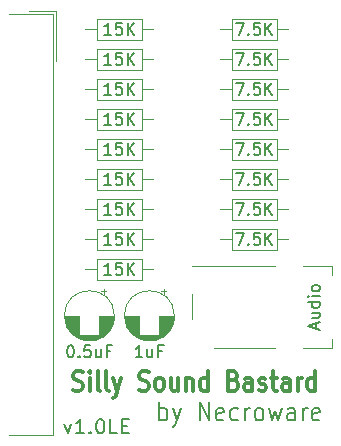
<source format=gbr>
%TF.GenerationSoftware,KiCad,Pcbnew,5.1.7*%
%TF.CreationDate,2020-10-30T13:38:14+01:00*%
%TF.ProjectId,silly-sound-bastard,73696c6c-792d-4736-9f75-6e642d626173,rev?*%
%TF.SameCoordinates,Original*%
%TF.FileFunction,Legend,Top*%
%TF.FilePolarity,Positive*%
%FSLAX46Y46*%
G04 Gerber Fmt 4.6, Leading zero omitted, Abs format (unit mm)*
G04 Created by KiCad (PCBNEW 5.1.7) date 2020-10-30 13:38:14*
%MOMM*%
%LPD*%
G01*
G04 APERTURE LIST*
%ADD10C,0.200000*%
%ADD11C,0.300000*%
%ADD12C,0.120000*%
%ADD13C,0.150000*%
G04 APERTURE END LIST*
D10*
X61392142Y-90547857D02*
X61677857Y-91347857D01*
X61963571Y-90547857D01*
X63049285Y-91347857D02*
X62363571Y-91347857D01*
X62706428Y-91347857D02*
X62706428Y-90147857D01*
X62592142Y-90319285D01*
X62477857Y-90433571D01*
X62363571Y-90490714D01*
X63563571Y-91233571D02*
X63620714Y-91290714D01*
X63563571Y-91347857D01*
X63506428Y-91290714D01*
X63563571Y-91233571D01*
X63563571Y-91347857D01*
X64363571Y-90147857D02*
X64477857Y-90147857D01*
X64592142Y-90205000D01*
X64649285Y-90262142D01*
X64706428Y-90376428D01*
X64763571Y-90605000D01*
X64763571Y-90890714D01*
X64706428Y-91119285D01*
X64649285Y-91233571D01*
X64592142Y-91290714D01*
X64477857Y-91347857D01*
X64363571Y-91347857D01*
X64249285Y-91290714D01*
X64192142Y-91233571D01*
X64135000Y-91119285D01*
X64077857Y-90890714D01*
X64077857Y-90605000D01*
X64135000Y-90376428D01*
X64192142Y-90262142D01*
X64249285Y-90205000D01*
X64363571Y-90147857D01*
X65849285Y-91347857D02*
X65277857Y-91347857D01*
X65277857Y-90147857D01*
X66249285Y-90719285D02*
X66649285Y-90719285D01*
X66820714Y-91347857D02*
X66249285Y-91347857D01*
X66249285Y-90147857D01*
X66820714Y-90147857D01*
X69433333Y-90258809D02*
X69433333Y-88658809D01*
X69433333Y-89268333D02*
X69566666Y-89192142D01*
X69833333Y-89192142D01*
X69966666Y-89268333D01*
X70033333Y-89344523D01*
X70100000Y-89496904D01*
X70100000Y-89954047D01*
X70033333Y-90106428D01*
X69966666Y-90182619D01*
X69833333Y-90258809D01*
X69566666Y-90258809D01*
X69433333Y-90182619D01*
X70566666Y-89192142D02*
X70900000Y-90258809D01*
X71233333Y-89192142D02*
X70900000Y-90258809D01*
X70766666Y-90639761D01*
X70700000Y-90715952D01*
X70566666Y-90792142D01*
X72833333Y-90258809D02*
X72833333Y-88658809D01*
X73633333Y-90258809D01*
X73633333Y-88658809D01*
X74833333Y-90182619D02*
X74700000Y-90258809D01*
X74433333Y-90258809D01*
X74300000Y-90182619D01*
X74233333Y-90030238D01*
X74233333Y-89420714D01*
X74300000Y-89268333D01*
X74433333Y-89192142D01*
X74700000Y-89192142D01*
X74833333Y-89268333D01*
X74900000Y-89420714D01*
X74900000Y-89573095D01*
X74233333Y-89725476D01*
X76100000Y-90182619D02*
X75966666Y-90258809D01*
X75700000Y-90258809D01*
X75566666Y-90182619D01*
X75500000Y-90106428D01*
X75433333Y-89954047D01*
X75433333Y-89496904D01*
X75500000Y-89344523D01*
X75566666Y-89268333D01*
X75700000Y-89192142D01*
X75966666Y-89192142D01*
X76100000Y-89268333D01*
X76700000Y-90258809D02*
X76700000Y-89192142D01*
X76700000Y-89496904D02*
X76766666Y-89344523D01*
X76833333Y-89268333D01*
X76966666Y-89192142D01*
X77100000Y-89192142D01*
X77766666Y-90258809D02*
X77633333Y-90182619D01*
X77566666Y-90106428D01*
X77500000Y-89954047D01*
X77500000Y-89496904D01*
X77566666Y-89344523D01*
X77633333Y-89268333D01*
X77766666Y-89192142D01*
X77966666Y-89192142D01*
X78100000Y-89268333D01*
X78166666Y-89344523D01*
X78233333Y-89496904D01*
X78233333Y-89954047D01*
X78166666Y-90106428D01*
X78100000Y-90182619D01*
X77966666Y-90258809D01*
X77766666Y-90258809D01*
X78700000Y-89192142D02*
X78966666Y-90258809D01*
X79233333Y-89496904D01*
X79500000Y-90258809D01*
X79766666Y-89192142D01*
X80900000Y-90258809D02*
X80900000Y-89420714D01*
X80833333Y-89268333D01*
X80700000Y-89192142D01*
X80433333Y-89192142D01*
X80300000Y-89268333D01*
X80900000Y-90182619D02*
X80766666Y-90258809D01*
X80433333Y-90258809D01*
X80300000Y-90182619D01*
X80233333Y-90030238D01*
X80233333Y-89877857D01*
X80300000Y-89725476D01*
X80433333Y-89649285D01*
X80766666Y-89649285D01*
X80900000Y-89573095D01*
X81566666Y-90258809D02*
X81566666Y-89192142D01*
X81566666Y-89496904D02*
X81633333Y-89344523D01*
X81700000Y-89268333D01*
X81833333Y-89192142D01*
X81966666Y-89192142D01*
X82966666Y-90182619D02*
X82833333Y-90258809D01*
X82566666Y-90258809D01*
X82433333Y-90182619D01*
X82366666Y-90030238D01*
X82366666Y-89420714D01*
X82433333Y-89268333D01*
X82566666Y-89192142D01*
X82833333Y-89192142D01*
X82966666Y-89268333D01*
X83033333Y-89420714D01*
X83033333Y-89573095D01*
X82366666Y-89725476D01*
D11*
X62123333Y-87683095D02*
X62323333Y-87764047D01*
X62656666Y-87764047D01*
X62790000Y-87683095D01*
X62856666Y-87602142D01*
X62923333Y-87440238D01*
X62923333Y-87278333D01*
X62856666Y-87116428D01*
X62790000Y-87035476D01*
X62656666Y-86954523D01*
X62390000Y-86873571D01*
X62256666Y-86792619D01*
X62190000Y-86711666D01*
X62123333Y-86549761D01*
X62123333Y-86387857D01*
X62190000Y-86225952D01*
X62256666Y-86145000D01*
X62390000Y-86064047D01*
X62723333Y-86064047D01*
X62923333Y-86145000D01*
X63523333Y-87764047D02*
X63523333Y-86630714D01*
X63523333Y-86064047D02*
X63456666Y-86145000D01*
X63523333Y-86225952D01*
X63590000Y-86145000D01*
X63523333Y-86064047D01*
X63523333Y-86225952D01*
X64390000Y-87764047D02*
X64256666Y-87683095D01*
X64190000Y-87521190D01*
X64190000Y-86064047D01*
X65123333Y-87764047D02*
X64990000Y-87683095D01*
X64923333Y-87521190D01*
X64923333Y-86064047D01*
X65523333Y-86630714D02*
X65856666Y-87764047D01*
X66190000Y-86630714D02*
X65856666Y-87764047D01*
X65723333Y-88168809D01*
X65656666Y-88249761D01*
X65523333Y-88330714D01*
X67723333Y-87683095D02*
X67923333Y-87764047D01*
X68256666Y-87764047D01*
X68390000Y-87683095D01*
X68456666Y-87602142D01*
X68523333Y-87440238D01*
X68523333Y-87278333D01*
X68456666Y-87116428D01*
X68390000Y-87035476D01*
X68256666Y-86954523D01*
X67990000Y-86873571D01*
X67856666Y-86792619D01*
X67790000Y-86711666D01*
X67723333Y-86549761D01*
X67723333Y-86387857D01*
X67790000Y-86225952D01*
X67856666Y-86145000D01*
X67990000Y-86064047D01*
X68323333Y-86064047D01*
X68523333Y-86145000D01*
X69323333Y-87764047D02*
X69190000Y-87683095D01*
X69123333Y-87602142D01*
X69056666Y-87440238D01*
X69056666Y-86954523D01*
X69123333Y-86792619D01*
X69190000Y-86711666D01*
X69323333Y-86630714D01*
X69523333Y-86630714D01*
X69656666Y-86711666D01*
X69723333Y-86792619D01*
X69790000Y-86954523D01*
X69790000Y-87440238D01*
X69723333Y-87602142D01*
X69656666Y-87683095D01*
X69523333Y-87764047D01*
X69323333Y-87764047D01*
X70990000Y-86630714D02*
X70990000Y-87764047D01*
X70390000Y-86630714D02*
X70390000Y-87521190D01*
X70456666Y-87683095D01*
X70590000Y-87764047D01*
X70790000Y-87764047D01*
X70923333Y-87683095D01*
X70990000Y-87602142D01*
X71656666Y-86630714D02*
X71656666Y-87764047D01*
X71656666Y-86792619D02*
X71723333Y-86711666D01*
X71856666Y-86630714D01*
X72056666Y-86630714D01*
X72190000Y-86711666D01*
X72256666Y-86873571D01*
X72256666Y-87764047D01*
X73523333Y-87764047D02*
X73523333Y-86064047D01*
X73523333Y-87683095D02*
X73390000Y-87764047D01*
X73123333Y-87764047D01*
X72990000Y-87683095D01*
X72923333Y-87602142D01*
X72856666Y-87440238D01*
X72856666Y-86954523D01*
X72923333Y-86792619D01*
X72990000Y-86711666D01*
X73123333Y-86630714D01*
X73390000Y-86630714D01*
X73523333Y-86711666D01*
X75723333Y-86873571D02*
X75923333Y-86954523D01*
X75990000Y-87035476D01*
X76056666Y-87197380D01*
X76056666Y-87440238D01*
X75990000Y-87602142D01*
X75923333Y-87683095D01*
X75790000Y-87764047D01*
X75256666Y-87764047D01*
X75256666Y-86064047D01*
X75723333Y-86064047D01*
X75856666Y-86145000D01*
X75923333Y-86225952D01*
X75990000Y-86387857D01*
X75990000Y-86549761D01*
X75923333Y-86711666D01*
X75856666Y-86792619D01*
X75723333Y-86873571D01*
X75256666Y-86873571D01*
X77256666Y-87764047D02*
X77256666Y-86873571D01*
X77190000Y-86711666D01*
X77056666Y-86630714D01*
X76790000Y-86630714D01*
X76656666Y-86711666D01*
X77256666Y-87683095D02*
X77123333Y-87764047D01*
X76790000Y-87764047D01*
X76656666Y-87683095D01*
X76590000Y-87521190D01*
X76590000Y-87359285D01*
X76656666Y-87197380D01*
X76790000Y-87116428D01*
X77123333Y-87116428D01*
X77256666Y-87035476D01*
X77856666Y-87683095D02*
X77990000Y-87764047D01*
X78256666Y-87764047D01*
X78390000Y-87683095D01*
X78456666Y-87521190D01*
X78456666Y-87440238D01*
X78390000Y-87278333D01*
X78256666Y-87197380D01*
X78056666Y-87197380D01*
X77923333Y-87116428D01*
X77856666Y-86954523D01*
X77856666Y-86873571D01*
X77923333Y-86711666D01*
X78056666Y-86630714D01*
X78256666Y-86630714D01*
X78390000Y-86711666D01*
X78856666Y-86630714D02*
X79390000Y-86630714D01*
X79056666Y-86064047D02*
X79056666Y-87521190D01*
X79123333Y-87683095D01*
X79256666Y-87764047D01*
X79390000Y-87764047D01*
X80456666Y-87764047D02*
X80456666Y-86873571D01*
X80390000Y-86711666D01*
X80256666Y-86630714D01*
X79990000Y-86630714D01*
X79856666Y-86711666D01*
X80456666Y-87683095D02*
X80323333Y-87764047D01*
X79990000Y-87764047D01*
X79856666Y-87683095D01*
X79790000Y-87521190D01*
X79790000Y-87359285D01*
X79856666Y-87197380D01*
X79990000Y-87116428D01*
X80323333Y-87116428D01*
X80456666Y-87035476D01*
X81123333Y-87764047D02*
X81123333Y-86630714D01*
X81123333Y-86954523D02*
X81190000Y-86792619D01*
X81256666Y-86711666D01*
X81390000Y-86630714D01*
X81523333Y-86630714D01*
X82590000Y-87764047D02*
X82590000Y-86064047D01*
X82590000Y-87683095D02*
X82456666Y-87764047D01*
X82190000Y-87764047D01*
X82056666Y-87683095D01*
X81990000Y-87602142D01*
X81923333Y-87440238D01*
X81923333Y-86954523D01*
X81990000Y-86792619D01*
X82056666Y-86711666D01*
X82190000Y-86630714D01*
X82456666Y-86630714D01*
X82590000Y-86711666D01*
D12*
%TO.C,J2*%
X72175000Y-81695000D02*
X72175000Y-79595000D01*
X79175000Y-77195000D02*
X72175000Y-77195000D01*
X79175000Y-84095000D02*
X74075000Y-84095000D01*
X84075000Y-84095000D02*
X81575000Y-84095000D01*
X84075000Y-83345000D02*
X84075000Y-84095000D01*
X84075000Y-77195000D02*
X84075000Y-77945000D01*
X81575000Y-77195000D02*
X84075000Y-77195000D01*
%TO.C,R17*%
X80340000Y-74930000D02*
X79390000Y-74930000D01*
X74600000Y-74930000D02*
X75550000Y-74930000D01*
X79390000Y-74010000D02*
X75550000Y-74010000D01*
X79390000Y-75850000D02*
X79390000Y-74010000D01*
X75550000Y-75850000D02*
X79390000Y-75850000D01*
X75550000Y-74010000D02*
X75550000Y-75850000D01*
%TO.C,R16*%
X80340000Y-72390000D02*
X79390000Y-72390000D01*
X74600000Y-72390000D02*
X75550000Y-72390000D01*
X79390000Y-71470000D02*
X75550000Y-71470000D01*
X79390000Y-73310000D02*
X79390000Y-71470000D01*
X75550000Y-73310000D02*
X79390000Y-73310000D01*
X75550000Y-71470000D02*
X75550000Y-73310000D01*
%TO.C,R15*%
X80340000Y-69850000D02*
X79390000Y-69850000D01*
X74600000Y-69850000D02*
X75550000Y-69850000D01*
X79390000Y-68930000D02*
X75550000Y-68930000D01*
X79390000Y-70770000D02*
X79390000Y-68930000D01*
X75550000Y-70770000D02*
X79390000Y-70770000D01*
X75550000Y-68930000D02*
X75550000Y-70770000D01*
%TO.C,R14*%
X80340000Y-67310000D02*
X79390000Y-67310000D01*
X74600000Y-67310000D02*
X75550000Y-67310000D01*
X79390000Y-66390000D02*
X75550000Y-66390000D01*
X79390000Y-68230000D02*
X79390000Y-66390000D01*
X75550000Y-68230000D02*
X79390000Y-68230000D01*
X75550000Y-66390000D02*
X75550000Y-68230000D01*
%TO.C,R13*%
X80340000Y-64770000D02*
X79390000Y-64770000D01*
X74600000Y-64770000D02*
X75550000Y-64770000D01*
X79390000Y-63850000D02*
X75550000Y-63850000D01*
X79390000Y-65690000D02*
X79390000Y-63850000D01*
X75550000Y-65690000D02*
X79390000Y-65690000D01*
X75550000Y-63850000D02*
X75550000Y-65690000D01*
%TO.C,R12*%
X80340000Y-62230000D02*
X79390000Y-62230000D01*
X74600000Y-62230000D02*
X75550000Y-62230000D01*
X79390000Y-61310000D02*
X75550000Y-61310000D01*
X79390000Y-63150000D02*
X79390000Y-61310000D01*
X75550000Y-63150000D02*
X79390000Y-63150000D01*
X75550000Y-61310000D02*
X75550000Y-63150000D01*
%TO.C,R11*%
X80340000Y-59690000D02*
X79390000Y-59690000D01*
X74600000Y-59690000D02*
X75550000Y-59690000D01*
X79390000Y-58770000D02*
X75550000Y-58770000D01*
X79390000Y-60610000D02*
X79390000Y-58770000D01*
X75550000Y-60610000D02*
X79390000Y-60610000D01*
X75550000Y-58770000D02*
X75550000Y-60610000D01*
%TO.C,R10*%
X80340000Y-57150000D02*
X79390000Y-57150000D01*
X74600000Y-57150000D02*
X75550000Y-57150000D01*
X79390000Y-56230000D02*
X75550000Y-56230000D01*
X79390000Y-58070000D02*
X79390000Y-56230000D01*
X75550000Y-58070000D02*
X79390000Y-58070000D01*
X75550000Y-56230000D02*
X75550000Y-58070000D01*
%TO.C,R9*%
X68910000Y-77470000D02*
X67960000Y-77470000D01*
X63170000Y-77470000D02*
X64120000Y-77470000D01*
X67960000Y-76550000D02*
X64120000Y-76550000D01*
X67960000Y-78390000D02*
X67960000Y-76550000D01*
X64120000Y-78390000D02*
X67960000Y-78390000D01*
X64120000Y-76550000D02*
X64120000Y-78390000D01*
%TO.C,R8*%
X68910000Y-74930000D02*
X67960000Y-74930000D01*
X63170000Y-74930000D02*
X64120000Y-74930000D01*
X67960000Y-74010000D02*
X64120000Y-74010000D01*
X67960000Y-75850000D02*
X67960000Y-74010000D01*
X64120000Y-75850000D02*
X67960000Y-75850000D01*
X64120000Y-74010000D02*
X64120000Y-75850000D01*
%TO.C,R7*%
X68910000Y-72390000D02*
X67960000Y-72390000D01*
X63170000Y-72390000D02*
X64120000Y-72390000D01*
X67960000Y-71470000D02*
X64120000Y-71470000D01*
X67960000Y-73310000D02*
X67960000Y-71470000D01*
X64120000Y-73310000D02*
X67960000Y-73310000D01*
X64120000Y-71470000D02*
X64120000Y-73310000D01*
%TO.C,R6*%
X68910000Y-69850000D02*
X67960000Y-69850000D01*
X63170000Y-69850000D02*
X64120000Y-69850000D01*
X67960000Y-68930000D02*
X64120000Y-68930000D01*
X67960000Y-70770000D02*
X67960000Y-68930000D01*
X64120000Y-70770000D02*
X67960000Y-70770000D01*
X64120000Y-68930000D02*
X64120000Y-70770000D01*
%TO.C,R5*%
X68910000Y-67310000D02*
X67960000Y-67310000D01*
X63170000Y-67310000D02*
X64120000Y-67310000D01*
X67960000Y-66390000D02*
X64120000Y-66390000D01*
X67960000Y-68230000D02*
X67960000Y-66390000D01*
X64120000Y-68230000D02*
X67960000Y-68230000D01*
X64120000Y-66390000D02*
X64120000Y-68230000D01*
%TO.C,R4*%
X68910000Y-64770000D02*
X67960000Y-64770000D01*
X63170000Y-64770000D02*
X64120000Y-64770000D01*
X67960000Y-63850000D02*
X64120000Y-63850000D01*
X67960000Y-65690000D02*
X67960000Y-63850000D01*
X64120000Y-65690000D02*
X67960000Y-65690000D01*
X64120000Y-63850000D02*
X64120000Y-65690000D01*
%TO.C,R3*%
X68910000Y-62230000D02*
X67960000Y-62230000D01*
X63170000Y-62230000D02*
X64120000Y-62230000D01*
X67960000Y-61310000D02*
X64120000Y-61310000D01*
X67960000Y-63150000D02*
X67960000Y-61310000D01*
X64120000Y-63150000D02*
X67960000Y-63150000D01*
X64120000Y-61310000D02*
X64120000Y-63150000D01*
%TO.C,R2*%
X68910000Y-59690000D02*
X67960000Y-59690000D01*
X63170000Y-59690000D02*
X64120000Y-59690000D01*
X67960000Y-58770000D02*
X64120000Y-58770000D01*
X67960000Y-60610000D02*
X67960000Y-58770000D01*
X64120000Y-60610000D02*
X67960000Y-60610000D01*
X64120000Y-58770000D02*
X64120000Y-60610000D01*
%TO.C,R1*%
X68910000Y-57150000D02*
X67960000Y-57150000D01*
X63170000Y-57150000D02*
X64120000Y-57150000D01*
X67960000Y-56230000D02*
X64120000Y-56230000D01*
X67960000Y-58070000D02*
X67960000Y-56230000D01*
X64120000Y-58070000D02*
X67960000Y-58070000D01*
X64120000Y-56230000D02*
X64120000Y-58070000D01*
%TO.C,C2*%
X70700000Y-81395000D02*
G75*
G03*
X70700000Y-81395000I-2120000J0D01*
G01*
X67740000Y-81395000D02*
X66500000Y-81395000D01*
X70660000Y-81395000D02*
X69420000Y-81395000D01*
X67740000Y-81435000D02*
X66500000Y-81435000D01*
X70660000Y-81435000D02*
X69420000Y-81435000D01*
X67740000Y-81475000D02*
X66501000Y-81475000D01*
X70659000Y-81475000D02*
X69420000Y-81475000D01*
X70657000Y-81515000D02*
X69420000Y-81515000D01*
X67740000Y-81515000D02*
X66503000Y-81515000D01*
X70654000Y-81555000D02*
X69420000Y-81555000D01*
X67740000Y-81555000D02*
X66506000Y-81555000D01*
X70651000Y-81595000D02*
X69420000Y-81595000D01*
X67740000Y-81595000D02*
X66509000Y-81595000D01*
X70647000Y-81635000D02*
X69420000Y-81635000D01*
X67740000Y-81635000D02*
X66513000Y-81635000D01*
X70642000Y-81675000D02*
X69420000Y-81675000D01*
X67740000Y-81675000D02*
X66518000Y-81675000D01*
X70636000Y-81715000D02*
X69420000Y-81715000D01*
X67740000Y-81715000D02*
X66524000Y-81715000D01*
X70630000Y-81755000D02*
X69420000Y-81755000D01*
X67740000Y-81755000D02*
X66530000Y-81755000D01*
X70622000Y-81795000D02*
X69420000Y-81795000D01*
X67740000Y-81795000D02*
X66538000Y-81795000D01*
X70614000Y-81835000D02*
X69420000Y-81835000D01*
X67740000Y-81835000D02*
X66546000Y-81835000D01*
X70605000Y-81875000D02*
X69420000Y-81875000D01*
X67740000Y-81875000D02*
X66555000Y-81875000D01*
X70596000Y-81915000D02*
X69420000Y-81915000D01*
X67740000Y-81915000D02*
X66564000Y-81915000D01*
X70585000Y-81955000D02*
X69420000Y-81955000D01*
X67740000Y-81955000D02*
X66575000Y-81955000D01*
X70574000Y-81995000D02*
X69420000Y-81995000D01*
X67740000Y-81995000D02*
X66586000Y-81995000D01*
X70562000Y-82035000D02*
X69420000Y-82035000D01*
X67740000Y-82035000D02*
X66598000Y-82035000D01*
X70548000Y-82075000D02*
X69420000Y-82075000D01*
X67740000Y-82075000D02*
X66612000Y-82075000D01*
X70534000Y-82116000D02*
X69420000Y-82116000D01*
X67740000Y-82116000D02*
X66626000Y-82116000D01*
X70520000Y-82156000D02*
X69420000Y-82156000D01*
X67740000Y-82156000D02*
X66640000Y-82156000D01*
X70504000Y-82196000D02*
X69420000Y-82196000D01*
X67740000Y-82196000D02*
X66656000Y-82196000D01*
X70487000Y-82236000D02*
X69420000Y-82236000D01*
X67740000Y-82236000D02*
X66673000Y-82236000D01*
X70469000Y-82276000D02*
X69420000Y-82276000D01*
X67740000Y-82276000D02*
X66691000Y-82276000D01*
X70450000Y-82316000D02*
X69420000Y-82316000D01*
X67740000Y-82316000D02*
X66710000Y-82316000D01*
X70431000Y-82356000D02*
X69420000Y-82356000D01*
X67740000Y-82356000D02*
X66729000Y-82356000D01*
X70410000Y-82396000D02*
X69420000Y-82396000D01*
X67740000Y-82396000D02*
X66750000Y-82396000D01*
X70388000Y-82436000D02*
X69420000Y-82436000D01*
X67740000Y-82436000D02*
X66772000Y-82436000D01*
X70365000Y-82476000D02*
X69420000Y-82476000D01*
X67740000Y-82476000D02*
X66795000Y-82476000D01*
X70340000Y-82516000D02*
X69420000Y-82516000D01*
X67740000Y-82516000D02*
X66820000Y-82516000D01*
X70315000Y-82556000D02*
X69420000Y-82556000D01*
X67740000Y-82556000D02*
X66845000Y-82556000D01*
X70288000Y-82596000D02*
X69420000Y-82596000D01*
X67740000Y-82596000D02*
X66872000Y-82596000D01*
X70260000Y-82636000D02*
X69420000Y-82636000D01*
X67740000Y-82636000D02*
X66900000Y-82636000D01*
X70230000Y-82676000D02*
X69420000Y-82676000D01*
X67740000Y-82676000D02*
X66930000Y-82676000D01*
X70199000Y-82716000D02*
X69420000Y-82716000D01*
X67740000Y-82716000D02*
X66961000Y-82716000D01*
X70167000Y-82756000D02*
X69420000Y-82756000D01*
X67740000Y-82756000D02*
X66993000Y-82756000D01*
X70132000Y-82796000D02*
X69420000Y-82796000D01*
X67740000Y-82796000D02*
X67028000Y-82796000D01*
X70096000Y-82836000D02*
X69420000Y-82836000D01*
X67740000Y-82836000D02*
X67064000Y-82836000D01*
X70058000Y-82876000D02*
X69420000Y-82876000D01*
X67740000Y-82876000D02*
X67102000Y-82876000D01*
X70018000Y-82916000D02*
X69420000Y-82916000D01*
X67740000Y-82916000D02*
X67142000Y-82916000D01*
X69976000Y-82956000D02*
X69420000Y-82956000D01*
X67740000Y-82956000D02*
X67184000Y-82956000D01*
X69931000Y-82996000D02*
X67229000Y-82996000D01*
X69884000Y-83036000D02*
X67276000Y-83036000D01*
X69834000Y-83076000D02*
X67326000Y-83076000D01*
X69780000Y-83116000D02*
X67380000Y-83116000D01*
X69722000Y-83156000D02*
X67438000Y-83156000D01*
X69660000Y-83196000D02*
X67500000Y-83196000D01*
X69593000Y-83236000D02*
X67567000Y-83236000D01*
X69520000Y-83276000D02*
X67640000Y-83276000D01*
X69439000Y-83316000D02*
X67721000Y-83316000D01*
X69348000Y-83356000D02*
X67812000Y-83356000D01*
X69244000Y-83396000D02*
X67916000Y-83396000D01*
X69117000Y-83436000D02*
X68043000Y-83436000D01*
X68950000Y-83476000D02*
X68210000Y-83476000D01*
X69775000Y-79125199D02*
X69775000Y-79525199D01*
X69975000Y-79325199D02*
X69575000Y-79325199D01*
%TO.C,C1*%
X65620000Y-81395000D02*
G75*
G03*
X65620000Y-81395000I-2120000J0D01*
G01*
X62660000Y-81395000D02*
X61420000Y-81395000D01*
X65580000Y-81395000D02*
X64340000Y-81395000D01*
X62660000Y-81435000D02*
X61420000Y-81435000D01*
X65580000Y-81435000D02*
X64340000Y-81435000D01*
X62660000Y-81475000D02*
X61421000Y-81475000D01*
X65579000Y-81475000D02*
X64340000Y-81475000D01*
X65577000Y-81515000D02*
X64340000Y-81515000D01*
X62660000Y-81515000D02*
X61423000Y-81515000D01*
X65574000Y-81555000D02*
X64340000Y-81555000D01*
X62660000Y-81555000D02*
X61426000Y-81555000D01*
X65571000Y-81595000D02*
X64340000Y-81595000D01*
X62660000Y-81595000D02*
X61429000Y-81595000D01*
X65567000Y-81635000D02*
X64340000Y-81635000D01*
X62660000Y-81635000D02*
X61433000Y-81635000D01*
X65562000Y-81675000D02*
X64340000Y-81675000D01*
X62660000Y-81675000D02*
X61438000Y-81675000D01*
X65556000Y-81715000D02*
X64340000Y-81715000D01*
X62660000Y-81715000D02*
X61444000Y-81715000D01*
X65550000Y-81755000D02*
X64340000Y-81755000D01*
X62660000Y-81755000D02*
X61450000Y-81755000D01*
X65542000Y-81795000D02*
X64340000Y-81795000D01*
X62660000Y-81795000D02*
X61458000Y-81795000D01*
X65534000Y-81835000D02*
X64340000Y-81835000D01*
X62660000Y-81835000D02*
X61466000Y-81835000D01*
X65525000Y-81875000D02*
X64340000Y-81875000D01*
X62660000Y-81875000D02*
X61475000Y-81875000D01*
X65516000Y-81915000D02*
X64340000Y-81915000D01*
X62660000Y-81915000D02*
X61484000Y-81915000D01*
X65505000Y-81955000D02*
X64340000Y-81955000D01*
X62660000Y-81955000D02*
X61495000Y-81955000D01*
X65494000Y-81995000D02*
X64340000Y-81995000D01*
X62660000Y-81995000D02*
X61506000Y-81995000D01*
X65482000Y-82035000D02*
X64340000Y-82035000D01*
X62660000Y-82035000D02*
X61518000Y-82035000D01*
X65468000Y-82075000D02*
X64340000Y-82075000D01*
X62660000Y-82075000D02*
X61532000Y-82075000D01*
X65454000Y-82116000D02*
X64340000Y-82116000D01*
X62660000Y-82116000D02*
X61546000Y-82116000D01*
X65440000Y-82156000D02*
X64340000Y-82156000D01*
X62660000Y-82156000D02*
X61560000Y-82156000D01*
X65424000Y-82196000D02*
X64340000Y-82196000D01*
X62660000Y-82196000D02*
X61576000Y-82196000D01*
X65407000Y-82236000D02*
X64340000Y-82236000D01*
X62660000Y-82236000D02*
X61593000Y-82236000D01*
X65389000Y-82276000D02*
X64340000Y-82276000D01*
X62660000Y-82276000D02*
X61611000Y-82276000D01*
X65370000Y-82316000D02*
X64340000Y-82316000D01*
X62660000Y-82316000D02*
X61630000Y-82316000D01*
X65351000Y-82356000D02*
X64340000Y-82356000D01*
X62660000Y-82356000D02*
X61649000Y-82356000D01*
X65330000Y-82396000D02*
X64340000Y-82396000D01*
X62660000Y-82396000D02*
X61670000Y-82396000D01*
X65308000Y-82436000D02*
X64340000Y-82436000D01*
X62660000Y-82436000D02*
X61692000Y-82436000D01*
X65285000Y-82476000D02*
X64340000Y-82476000D01*
X62660000Y-82476000D02*
X61715000Y-82476000D01*
X65260000Y-82516000D02*
X64340000Y-82516000D01*
X62660000Y-82516000D02*
X61740000Y-82516000D01*
X65235000Y-82556000D02*
X64340000Y-82556000D01*
X62660000Y-82556000D02*
X61765000Y-82556000D01*
X65208000Y-82596000D02*
X64340000Y-82596000D01*
X62660000Y-82596000D02*
X61792000Y-82596000D01*
X65180000Y-82636000D02*
X64340000Y-82636000D01*
X62660000Y-82636000D02*
X61820000Y-82636000D01*
X65150000Y-82676000D02*
X64340000Y-82676000D01*
X62660000Y-82676000D02*
X61850000Y-82676000D01*
X65119000Y-82716000D02*
X64340000Y-82716000D01*
X62660000Y-82716000D02*
X61881000Y-82716000D01*
X65087000Y-82756000D02*
X64340000Y-82756000D01*
X62660000Y-82756000D02*
X61913000Y-82756000D01*
X65052000Y-82796000D02*
X64340000Y-82796000D01*
X62660000Y-82796000D02*
X61948000Y-82796000D01*
X65016000Y-82836000D02*
X64340000Y-82836000D01*
X62660000Y-82836000D02*
X61984000Y-82836000D01*
X64978000Y-82876000D02*
X64340000Y-82876000D01*
X62660000Y-82876000D02*
X62022000Y-82876000D01*
X64938000Y-82916000D02*
X64340000Y-82916000D01*
X62660000Y-82916000D02*
X62062000Y-82916000D01*
X64896000Y-82956000D02*
X64340000Y-82956000D01*
X62660000Y-82956000D02*
X62104000Y-82956000D01*
X64851000Y-82996000D02*
X62149000Y-82996000D01*
X64804000Y-83036000D02*
X62196000Y-83036000D01*
X64754000Y-83076000D02*
X62246000Y-83076000D01*
X64700000Y-83116000D02*
X62300000Y-83116000D01*
X64642000Y-83156000D02*
X62358000Y-83156000D01*
X64580000Y-83196000D02*
X62420000Y-83196000D01*
X64513000Y-83236000D02*
X62487000Y-83236000D01*
X64440000Y-83276000D02*
X62560000Y-83276000D01*
X64359000Y-83316000D02*
X62641000Y-83316000D01*
X64268000Y-83356000D02*
X62732000Y-83356000D01*
X64164000Y-83396000D02*
X62836000Y-83396000D01*
X64037000Y-83436000D02*
X62963000Y-83436000D01*
X63870000Y-83476000D02*
X63130000Y-83476000D01*
X64695000Y-79125199D02*
X64695000Y-79525199D01*
X64895000Y-79325199D02*
X64495000Y-79325199D01*
%TO.C,J1*%
X60660000Y-55616667D02*
X60660000Y-59810000D01*
X58420000Y-55616667D02*
X60660000Y-55616667D01*
X60420000Y-55856667D02*
X56680000Y-55856667D01*
X60420000Y-91463333D02*
X60420000Y-55856667D01*
X56680000Y-91463333D02*
X60420000Y-91463333D01*
%TO.C,J2*%
D13*
X82716666Y-82478333D02*
X82716666Y-82002142D01*
X83002380Y-82573571D02*
X82002380Y-82240238D01*
X83002380Y-81906904D01*
X82335714Y-81145000D02*
X83002380Y-81145000D01*
X82335714Y-81573571D02*
X82859523Y-81573571D01*
X82954761Y-81525952D01*
X83002380Y-81430714D01*
X83002380Y-81287857D01*
X82954761Y-81192619D01*
X82907142Y-81145000D01*
X83002380Y-80240238D02*
X82002380Y-80240238D01*
X82954761Y-80240238D02*
X83002380Y-80335476D01*
X83002380Y-80525952D01*
X82954761Y-80621190D01*
X82907142Y-80668809D01*
X82811904Y-80716428D01*
X82526190Y-80716428D01*
X82430952Y-80668809D01*
X82383333Y-80621190D01*
X82335714Y-80525952D01*
X82335714Y-80335476D01*
X82383333Y-80240238D01*
X83002380Y-79764047D02*
X82335714Y-79764047D01*
X82002380Y-79764047D02*
X82050000Y-79811666D01*
X82097619Y-79764047D01*
X82050000Y-79716428D01*
X82002380Y-79764047D01*
X82097619Y-79764047D01*
X83002380Y-79145000D02*
X82954761Y-79240238D01*
X82907142Y-79287857D01*
X82811904Y-79335476D01*
X82526190Y-79335476D01*
X82430952Y-79287857D01*
X82383333Y-79240238D01*
X82335714Y-79145000D01*
X82335714Y-79002142D01*
X82383333Y-78906904D01*
X82430952Y-78859285D01*
X82526190Y-78811666D01*
X82811904Y-78811666D01*
X82907142Y-78859285D01*
X82954761Y-78906904D01*
X83002380Y-79002142D01*
X83002380Y-79145000D01*
%TO.C,R17*%
X75922380Y-74382380D02*
X76589047Y-74382380D01*
X76160476Y-75382380D01*
X76970000Y-75287142D02*
X77017619Y-75334761D01*
X76970000Y-75382380D01*
X76922380Y-75334761D01*
X76970000Y-75287142D01*
X76970000Y-75382380D01*
X77922380Y-74382380D02*
X77446190Y-74382380D01*
X77398571Y-74858571D01*
X77446190Y-74810952D01*
X77541428Y-74763333D01*
X77779523Y-74763333D01*
X77874761Y-74810952D01*
X77922380Y-74858571D01*
X77970000Y-74953809D01*
X77970000Y-75191904D01*
X77922380Y-75287142D01*
X77874761Y-75334761D01*
X77779523Y-75382380D01*
X77541428Y-75382380D01*
X77446190Y-75334761D01*
X77398571Y-75287142D01*
X78398571Y-75382380D02*
X78398571Y-74382380D01*
X78970000Y-75382380D02*
X78541428Y-74810952D01*
X78970000Y-74382380D02*
X78398571Y-74953809D01*
%TO.C,R16*%
X75922380Y-71842380D02*
X76589047Y-71842380D01*
X76160476Y-72842380D01*
X76970000Y-72747142D02*
X77017619Y-72794761D01*
X76970000Y-72842380D01*
X76922380Y-72794761D01*
X76970000Y-72747142D01*
X76970000Y-72842380D01*
X77922380Y-71842380D02*
X77446190Y-71842380D01*
X77398571Y-72318571D01*
X77446190Y-72270952D01*
X77541428Y-72223333D01*
X77779523Y-72223333D01*
X77874761Y-72270952D01*
X77922380Y-72318571D01*
X77970000Y-72413809D01*
X77970000Y-72651904D01*
X77922380Y-72747142D01*
X77874761Y-72794761D01*
X77779523Y-72842380D01*
X77541428Y-72842380D01*
X77446190Y-72794761D01*
X77398571Y-72747142D01*
X78398571Y-72842380D02*
X78398571Y-71842380D01*
X78970000Y-72842380D02*
X78541428Y-72270952D01*
X78970000Y-71842380D02*
X78398571Y-72413809D01*
%TO.C,R15*%
X75922380Y-69302380D02*
X76589047Y-69302380D01*
X76160476Y-70302380D01*
X76970000Y-70207142D02*
X77017619Y-70254761D01*
X76970000Y-70302380D01*
X76922380Y-70254761D01*
X76970000Y-70207142D01*
X76970000Y-70302380D01*
X77922380Y-69302380D02*
X77446190Y-69302380D01*
X77398571Y-69778571D01*
X77446190Y-69730952D01*
X77541428Y-69683333D01*
X77779523Y-69683333D01*
X77874761Y-69730952D01*
X77922380Y-69778571D01*
X77970000Y-69873809D01*
X77970000Y-70111904D01*
X77922380Y-70207142D01*
X77874761Y-70254761D01*
X77779523Y-70302380D01*
X77541428Y-70302380D01*
X77446190Y-70254761D01*
X77398571Y-70207142D01*
X78398571Y-70302380D02*
X78398571Y-69302380D01*
X78970000Y-70302380D02*
X78541428Y-69730952D01*
X78970000Y-69302380D02*
X78398571Y-69873809D01*
%TO.C,R14*%
X75922380Y-66762380D02*
X76589047Y-66762380D01*
X76160476Y-67762380D01*
X76970000Y-67667142D02*
X77017619Y-67714761D01*
X76970000Y-67762380D01*
X76922380Y-67714761D01*
X76970000Y-67667142D01*
X76970000Y-67762380D01*
X77922380Y-66762380D02*
X77446190Y-66762380D01*
X77398571Y-67238571D01*
X77446190Y-67190952D01*
X77541428Y-67143333D01*
X77779523Y-67143333D01*
X77874761Y-67190952D01*
X77922380Y-67238571D01*
X77970000Y-67333809D01*
X77970000Y-67571904D01*
X77922380Y-67667142D01*
X77874761Y-67714761D01*
X77779523Y-67762380D01*
X77541428Y-67762380D01*
X77446190Y-67714761D01*
X77398571Y-67667142D01*
X78398571Y-67762380D02*
X78398571Y-66762380D01*
X78970000Y-67762380D02*
X78541428Y-67190952D01*
X78970000Y-66762380D02*
X78398571Y-67333809D01*
%TO.C,R13*%
X75922380Y-64222380D02*
X76589047Y-64222380D01*
X76160476Y-65222380D01*
X76970000Y-65127142D02*
X77017619Y-65174761D01*
X76970000Y-65222380D01*
X76922380Y-65174761D01*
X76970000Y-65127142D01*
X76970000Y-65222380D01*
X77922380Y-64222380D02*
X77446190Y-64222380D01*
X77398571Y-64698571D01*
X77446190Y-64650952D01*
X77541428Y-64603333D01*
X77779523Y-64603333D01*
X77874761Y-64650952D01*
X77922380Y-64698571D01*
X77970000Y-64793809D01*
X77970000Y-65031904D01*
X77922380Y-65127142D01*
X77874761Y-65174761D01*
X77779523Y-65222380D01*
X77541428Y-65222380D01*
X77446190Y-65174761D01*
X77398571Y-65127142D01*
X78398571Y-65222380D02*
X78398571Y-64222380D01*
X78970000Y-65222380D02*
X78541428Y-64650952D01*
X78970000Y-64222380D02*
X78398571Y-64793809D01*
%TO.C,R12*%
X75922380Y-61682380D02*
X76589047Y-61682380D01*
X76160476Y-62682380D01*
X76970000Y-62587142D02*
X77017619Y-62634761D01*
X76970000Y-62682380D01*
X76922380Y-62634761D01*
X76970000Y-62587142D01*
X76970000Y-62682380D01*
X77922380Y-61682380D02*
X77446190Y-61682380D01*
X77398571Y-62158571D01*
X77446190Y-62110952D01*
X77541428Y-62063333D01*
X77779523Y-62063333D01*
X77874761Y-62110952D01*
X77922380Y-62158571D01*
X77970000Y-62253809D01*
X77970000Y-62491904D01*
X77922380Y-62587142D01*
X77874761Y-62634761D01*
X77779523Y-62682380D01*
X77541428Y-62682380D01*
X77446190Y-62634761D01*
X77398571Y-62587142D01*
X78398571Y-62682380D02*
X78398571Y-61682380D01*
X78970000Y-62682380D02*
X78541428Y-62110952D01*
X78970000Y-61682380D02*
X78398571Y-62253809D01*
%TO.C,R11*%
X75922380Y-59142380D02*
X76589047Y-59142380D01*
X76160476Y-60142380D01*
X76970000Y-60047142D02*
X77017619Y-60094761D01*
X76970000Y-60142380D01*
X76922380Y-60094761D01*
X76970000Y-60047142D01*
X76970000Y-60142380D01*
X77922380Y-59142380D02*
X77446190Y-59142380D01*
X77398571Y-59618571D01*
X77446190Y-59570952D01*
X77541428Y-59523333D01*
X77779523Y-59523333D01*
X77874761Y-59570952D01*
X77922380Y-59618571D01*
X77970000Y-59713809D01*
X77970000Y-59951904D01*
X77922380Y-60047142D01*
X77874761Y-60094761D01*
X77779523Y-60142380D01*
X77541428Y-60142380D01*
X77446190Y-60094761D01*
X77398571Y-60047142D01*
X78398571Y-60142380D02*
X78398571Y-59142380D01*
X78970000Y-60142380D02*
X78541428Y-59570952D01*
X78970000Y-59142380D02*
X78398571Y-59713809D01*
%TO.C,R10*%
X75922380Y-56602380D02*
X76589047Y-56602380D01*
X76160476Y-57602380D01*
X76970000Y-57507142D02*
X77017619Y-57554761D01*
X76970000Y-57602380D01*
X76922380Y-57554761D01*
X76970000Y-57507142D01*
X76970000Y-57602380D01*
X77922380Y-56602380D02*
X77446190Y-56602380D01*
X77398571Y-57078571D01*
X77446190Y-57030952D01*
X77541428Y-56983333D01*
X77779523Y-56983333D01*
X77874761Y-57030952D01*
X77922380Y-57078571D01*
X77970000Y-57173809D01*
X77970000Y-57411904D01*
X77922380Y-57507142D01*
X77874761Y-57554761D01*
X77779523Y-57602380D01*
X77541428Y-57602380D01*
X77446190Y-57554761D01*
X77398571Y-57507142D01*
X78398571Y-57602380D02*
X78398571Y-56602380D01*
X78970000Y-57602380D02*
X78541428Y-57030952D01*
X78970000Y-56602380D02*
X78398571Y-57173809D01*
%TO.C,R9*%
X65349523Y-77922380D02*
X64778095Y-77922380D01*
X65063809Y-77922380D02*
X65063809Y-76922380D01*
X64968571Y-77065238D01*
X64873333Y-77160476D01*
X64778095Y-77208095D01*
X66254285Y-76922380D02*
X65778095Y-76922380D01*
X65730476Y-77398571D01*
X65778095Y-77350952D01*
X65873333Y-77303333D01*
X66111428Y-77303333D01*
X66206666Y-77350952D01*
X66254285Y-77398571D01*
X66301904Y-77493809D01*
X66301904Y-77731904D01*
X66254285Y-77827142D01*
X66206666Y-77874761D01*
X66111428Y-77922380D01*
X65873333Y-77922380D01*
X65778095Y-77874761D01*
X65730476Y-77827142D01*
X66730476Y-77922380D02*
X66730476Y-76922380D01*
X67301904Y-77922380D02*
X66873333Y-77350952D01*
X67301904Y-76922380D02*
X66730476Y-77493809D01*
%TO.C,R8*%
X65349523Y-75382380D02*
X64778095Y-75382380D01*
X65063809Y-75382380D02*
X65063809Y-74382380D01*
X64968571Y-74525238D01*
X64873333Y-74620476D01*
X64778095Y-74668095D01*
X66254285Y-74382380D02*
X65778095Y-74382380D01*
X65730476Y-74858571D01*
X65778095Y-74810952D01*
X65873333Y-74763333D01*
X66111428Y-74763333D01*
X66206666Y-74810952D01*
X66254285Y-74858571D01*
X66301904Y-74953809D01*
X66301904Y-75191904D01*
X66254285Y-75287142D01*
X66206666Y-75334761D01*
X66111428Y-75382380D01*
X65873333Y-75382380D01*
X65778095Y-75334761D01*
X65730476Y-75287142D01*
X66730476Y-75382380D02*
X66730476Y-74382380D01*
X67301904Y-75382380D02*
X66873333Y-74810952D01*
X67301904Y-74382380D02*
X66730476Y-74953809D01*
%TO.C,R7*%
X65349523Y-72842380D02*
X64778095Y-72842380D01*
X65063809Y-72842380D02*
X65063809Y-71842380D01*
X64968571Y-71985238D01*
X64873333Y-72080476D01*
X64778095Y-72128095D01*
X66254285Y-71842380D02*
X65778095Y-71842380D01*
X65730476Y-72318571D01*
X65778095Y-72270952D01*
X65873333Y-72223333D01*
X66111428Y-72223333D01*
X66206666Y-72270952D01*
X66254285Y-72318571D01*
X66301904Y-72413809D01*
X66301904Y-72651904D01*
X66254285Y-72747142D01*
X66206666Y-72794761D01*
X66111428Y-72842380D01*
X65873333Y-72842380D01*
X65778095Y-72794761D01*
X65730476Y-72747142D01*
X66730476Y-72842380D02*
X66730476Y-71842380D01*
X67301904Y-72842380D02*
X66873333Y-72270952D01*
X67301904Y-71842380D02*
X66730476Y-72413809D01*
%TO.C,R6*%
X65349523Y-70302380D02*
X64778095Y-70302380D01*
X65063809Y-70302380D02*
X65063809Y-69302380D01*
X64968571Y-69445238D01*
X64873333Y-69540476D01*
X64778095Y-69588095D01*
X66254285Y-69302380D02*
X65778095Y-69302380D01*
X65730476Y-69778571D01*
X65778095Y-69730952D01*
X65873333Y-69683333D01*
X66111428Y-69683333D01*
X66206666Y-69730952D01*
X66254285Y-69778571D01*
X66301904Y-69873809D01*
X66301904Y-70111904D01*
X66254285Y-70207142D01*
X66206666Y-70254761D01*
X66111428Y-70302380D01*
X65873333Y-70302380D01*
X65778095Y-70254761D01*
X65730476Y-70207142D01*
X66730476Y-70302380D02*
X66730476Y-69302380D01*
X67301904Y-70302380D02*
X66873333Y-69730952D01*
X67301904Y-69302380D02*
X66730476Y-69873809D01*
%TO.C,R5*%
X65349523Y-67762380D02*
X64778095Y-67762380D01*
X65063809Y-67762380D02*
X65063809Y-66762380D01*
X64968571Y-66905238D01*
X64873333Y-67000476D01*
X64778095Y-67048095D01*
X66254285Y-66762380D02*
X65778095Y-66762380D01*
X65730476Y-67238571D01*
X65778095Y-67190952D01*
X65873333Y-67143333D01*
X66111428Y-67143333D01*
X66206666Y-67190952D01*
X66254285Y-67238571D01*
X66301904Y-67333809D01*
X66301904Y-67571904D01*
X66254285Y-67667142D01*
X66206666Y-67714761D01*
X66111428Y-67762380D01*
X65873333Y-67762380D01*
X65778095Y-67714761D01*
X65730476Y-67667142D01*
X66730476Y-67762380D02*
X66730476Y-66762380D01*
X67301904Y-67762380D02*
X66873333Y-67190952D01*
X67301904Y-66762380D02*
X66730476Y-67333809D01*
%TO.C,R4*%
X65349523Y-65222380D02*
X64778095Y-65222380D01*
X65063809Y-65222380D02*
X65063809Y-64222380D01*
X64968571Y-64365238D01*
X64873333Y-64460476D01*
X64778095Y-64508095D01*
X66254285Y-64222380D02*
X65778095Y-64222380D01*
X65730476Y-64698571D01*
X65778095Y-64650952D01*
X65873333Y-64603333D01*
X66111428Y-64603333D01*
X66206666Y-64650952D01*
X66254285Y-64698571D01*
X66301904Y-64793809D01*
X66301904Y-65031904D01*
X66254285Y-65127142D01*
X66206666Y-65174761D01*
X66111428Y-65222380D01*
X65873333Y-65222380D01*
X65778095Y-65174761D01*
X65730476Y-65127142D01*
X66730476Y-65222380D02*
X66730476Y-64222380D01*
X67301904Y-65222380D02*
X66873333Y-64650952D01*
X67301904Y-64222380D02*
X66730476Y-64793809D01*
%TO.C,R3*%
X65349523Y-62682380D02*
X64778095Y-62682380D01*
X65063809Y-62682380D02*
X65063809Y-61682380D01*
X64968571Y-61825238D01*
X64873333Y-61920476D01*
X64778095Y-61968095D01*
X66254285Y-61682380D02*
X65778095Y-61682380D01*
X65730476Y-62158571D01*
X65778095Y-62110952D01*
X65873333Y-62063333D01*
X66111428Y-62063333D01*
X66206666Y-62110952D01*
X66254285Y-62158571D01*
X66301904Y-62253809D01*
X66301904Y-62491904D01*
X66254285Y-62587142D01*
X66206666Y-62634761D01*
X66111428Y-62682380D01*
X65873333Y-62682380D01*
X65778095Y-62634761D01*
X65730476Y-62587142D01*
X66730476Y-62682380D02*
X66730476Y-61682380D01*
X67301904Y-62682380D02*
X66873333Y-62110952D01*
X67301904Y-61682380D02*
X66730476Y-62253809D01*
%TO.C,R2*%
X65349523Y-60142380D02*
X64778095Y-60142380D01*
X65063809Y-60142380D02*
X65063809Y-59142380D01*
X64968571Y-59285238D01*
X64873333Y-59380476D01*
X64778095Y-59428095D01*
X66254285Y-59142380D02*
X65778095Y-59142380D01*
X65730476Y-59618571D01*
X65778095Y-59570952D01*
X65873333Y-59523333D01*
X66111428Y-59523333D01*
X66206666Y-59570952D01*
X66254285Y-59618571D01*
X66301904Y-59713809D01*
X66301904Y-59951904D01*
X66254285Y-60047142D01*
X66206666Y-60094761D01*
X66111428Y-60142380D01*
X65873333Y-60142380D01*
X65778095Y-60094761D01*
X65730476Y-60047142D01*
X66730476Y-60142380D02*
X66730476Y-59142380D01*
X67301904Y-60142380D02*
X66873333Y-59570952D01*
X67301904Y-59142380D02*
X66730476Y-59713809D01*
%TO.C,R1*%
X65349523Y-57602380D02*
X64778095Y-57602380D01*
X65063809Y-57602380D02*
X65063809Y-56602380D01*
X64968571Y-56745238D01*
X64873333Y-56840476D01*
X64778095Y-56888095D01*
X66254285Y-56602380D02*
X65778095Y-56602380D01*
X65730476Y-57078571D01*
X65778095Y-57030952D01*
X65873333Y-56983333D01*
X66111428Y-56983333D01*
X66206666Y-57030952D01*
X66254285Y-57078571D01*
X66301904Y-57173809D01*
X66301904Y-57411904D01*
X66254285Y-57507142D01*
X66206666Y-57554761D01*
X66111428Y-57602380D01*
X65873333Y-57602380D01*
X65778095Y-57554761D01*
X65730476Y-57507142D01*
X66730476Y-57602380D02*
X66730476Y-56602380D01*
X67301904Y-57602380D02*
X66873333Y-57030952D01*
X67301904Y-56602380D02*
X66730476Y-57173809D01*
%TO.C,C2*%
X67984761Y-84907380D02*
X67413333Y-84907380D01*
X67699047Y-84907380D02*
X67699047Y-83907380D01*
X67603809Y-84050238D01*
X67508571Y-84145476D01*
X67413333Y-84193095D01*
X68841904Y-84240714D02*
X68841904Y-84907380D01*
X68413333Y-84240714D02*
X68413333Y-84764523D01*
X68460952Y-84859761D01*
X68556190Y-84907380D01*
X68699047Y-84907380D01*
X68794285Y-84859761D01*
X68841904Y-84812142D01*
X69651428Y-84383571D02*
X69318095Y-84383571D01*
X69318095Y-84907380D02*
X69318095Y-83907380D01*
X69794285Y-83907380D01*
%TO.C,C1*%
X61857142Y-83907380D02*
X61952380Y-83907380D01*
X62047619Y-83955000D01*
X62095238Y-84002619D01*
X62142857Y-84097857D01*
X62190476Y-84288333D01*
X62190476Y-84526428D01*
X62142857Y-84716904D01*
X62095238Y-84812142D01*
X62047619Y-84859761D01*
X61952380Y-84907380D01*
X61857142Y-84907380D01*
X61761904Y-84859761D01*
X61714285Y-84812142D01*
X61666666Y-84716904D01*
X61619047Y-84526428D01*
X61619047Y-84288333D01*
X61666666Y-84097857D01*
X61714285Y-84002619D01*
X61761904Y-83955000D01*
X61857142Y-83907380D01*
X62619047Y-84812142D02*
X62666666Y-84859761D01*
X62619047Y-84907380D01*
X62571428Y-84859761D01*
X62619047Y-84812142D01*
X62619047Y-84907380D01*
X63571428Y-83907380D02*
X63095238Y-83907380D01*
X63047619Y-84383571D01*
X63095238Y-84335952D01*
X63190476Y-84288333D01*
X63428571Y-84288333D01*
X63523809Y-84335952D01*
X63571428Y-84383571D01*
X63619047Y-84478809D01*
X63619047Y-84716904D01*
X63571428Y-84812142D01*
X63523809Y-84859761D01*
X63428571Y-84907380D01*
X63190476Y-84907380D01*
X63095238Y-84859761D01*
X63047619Y-84812142D01*
X64476190Y-84240714D02*
X64476190Y-84907380D01*
X64047619Y-84240714D02*
X64047619Y-84764523D01*
X64095238Y-84859761D01*
X64190476Y-84907380D01*
X64333333Y-84907380D01*
X64428571Y-84859761D01*
X64476190Y-84812142D01*
X65285714Y-84383571D02*
X64952380Y-84383571D01*
X64952380Y-84907380D02*
X64952380Y-83907380D01*
X65428571Y-83907380D01*
%TD*%
M02*

</source>
